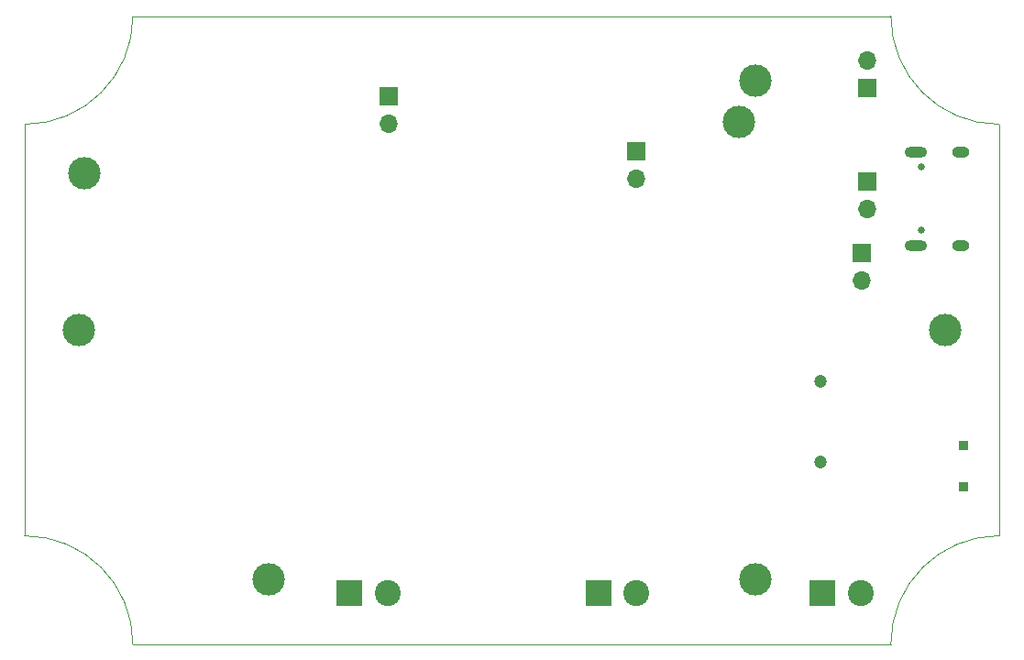
<source format=gbr>
G04 #@! TF.GenerationSoftware,KiCad,Pcbnew,7.0.11+dfsg-1build4*
G04 #@! TF.CreationDate,2025-09-21T21:37:11-05:00*
G04 #@! TF.ProjectId,lir-multi-charger,6c69722d-6d75-46c7-9469-2d6368617267,rev?*
G04 #@! TF.SameCoordinates,Original*
G04 #@! TF.FileFunction,Soldermask,Bot*
G04 #@! TF.FilePolarity,Negative*
%FSLAX46Y46*%
G04 Gerber Fmt 4.6, Leading zero omitted, Abs format (unit mm)*
G04 Created by KiCad (PCBNEW 7.0.11+dfsg-1build4) date 2025-09-21 21:37:11*
%MOMM*%
%LPD*%
G01*
G04 APERTURE LIST*
%ADD10C,3.000000*%
%ADD11R,2.400000X2.400000*%
%ADD12C,2.400000*%
%ADD13R,1.700000X1.700000*%
%ADD14O,1.700000X1.700000*%
%ADD15C,1.200000*%
%ADD16R,0.850000X0.850000*%
%ADD17C,0.650000*%
%ADD18O,2.100000X1.000000*%
%ADD19O,1.600000X1.000000*%
G04 #@! TA.AperFunction,Profile*
%ADD20C,0.050000*%
G04 #@! TD*
G04 APERTURE END LIST*
D10*
X105000000Y-129000000D03*
X122500000Y-152000000D03*
X185000000Y-129000000D03*
X167500000Y-152000000D03*
X167500000Y-106000000D03*
X105500000Y-114500000D03*
X166000000Y-109750000D03*
D11*
X153000000Y-153300000D03*
D12*
X156500000Y-153300000D03*
D11*
X173700000Y-153300000D03*
D12*
X177200000Y-153300000D03*
D13*
X177292000Y-121920000D03*
D14*
X177292000Y-124460000D03*
D15*
X173500000Y-141200000D03*
X173500000Y-133700000D03*
D13*
X133604000Y-107437000D03*
D14*
X133604000Y-109977000D03*
D11*
X130000000Y-153300000D03*
D12*
X133500000Y-153300000D03*
D16*
X186690000Y-139700000D03*
D13*
X177800000Y-106680000D03*
D14*
X177800000Y-104140000D03*
D13*
X156464000Y-112500000D03*
D14*
X156464000Y-115040000D03*
D13*
X177800000Y-115316000D03*
D14*
X177800000Y-117856000D03*
D17*
X182800000Y-119740000D03*
X182800000Y-113960000D03*
D18*
X182270000Y-121170000D03*
D19*
X186450000Y-121170000D03*
D18*
X182270000Y-112530000D03*
D19*
X186450000Y-112530000D03*
D16*
X186690000Y-143510000D03*
D20*
X180000000Y-100000000D02*
G75*
G03*
X190000000Y-110000000I10000000J0D01*
G01*
X110000000Y-100000000D02*
X180000000Y-100000000D01*
X190000000Y-148000000D02*
G75*
G03*
X180000000Y-158000000I0J-10000000D01*
G01*
X110000000Y-158000000D02*
X180000000Y-158000000D01*
X100000000Y-110000000D02*
X100000000Y-148000000D01*
X100000000Y-110000000D02*
G75*
G03*
X110000000Y-100000000I0J10000000D01*
G01*
X190000000Y-110000000D02*
X190000000Y-148000000D01*
X110000000Y-158000000D02*
G75*
G03*
X100000000Y-148000000I-10000000J0D01*
G01*
M02*

</source>
